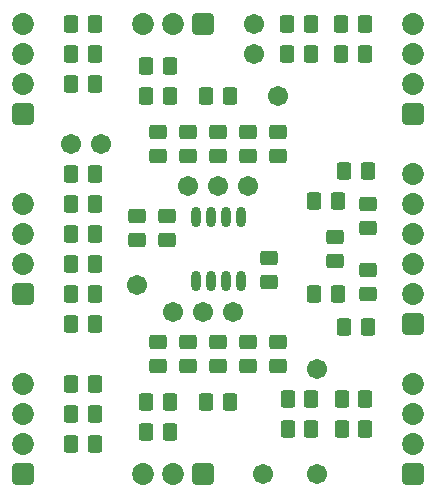
<source format=gts>
G04 Layer_Color=8388736*
%FSLAX25Y25*%
%MOIN*%
G70*
G01*
G75*
G04:AMPARAMS|DCode=25|XSize=47.37mil|YSize=59.18mil|CornerRadius=8.92mil|HoleSize=0mil|Usage=FLASHONLY|Rotation=0.000|XOffset=0mil|YOffset=0mil|HoleType=Round|Shape=RoundedRectangle|*
%AMROUNDEDRECTD25*
21,1,0.04737,0.04134,0,0,0.0*
21,1,0.02953,0.05918,0,0,0.0*
1,1,0.01784,0.01476,-0.02067*
1,1,0.01784,-0.01476,-0.02067*
1,1,0.01784,-0.01476,0.02067*
1,1,0.01784,0.01476,0.02067*
%
%ADD25ROUNDEDRECTD25*%
G04:AMPARAMS|DCode=26|XSize=47.37mil|YSize=59.18mil|CornerRadius=8.92mil|HoleSize=0mil|Usage=FLASHONLY|Rotation=270.000|XOffset=0mil|YOffset=0mil|HoleType=Round|Shape=RoundedRectangle|*
%AMROUNDEDRECTD26*
21,1,0.04737,0.04134,0,0,270.0*
21,1,0.02953,0.05918,0,0,270.0*
1,1,0.01784,-0.02067,-0.01476*
1,1,0.01784,-0.02067,0.01476*
1,1,0.01784,0.02067,0.01476*
1,1,0.01784,0.02067,-0.01476*
%
%ADD26ROUNDEDRECTD26*%
%ADD27O,0.03162X0.06902*%
%ADD28C,0.06706*%
%ADD29C,0.07300*%
G04:AMPARAMS|DCode=30|XSize=73mil|YSize=73mil|CornerRadius=13.75mil|HoleSize=0mil|Usage=FLASHONLY|Rotation=0.000|XOffset=0mil|YOffset=0mil|HoleType=Round|Shape=RoundedRectangle|*
%AMROUNDEDRECTD30*
21,1,0.07300,0.04550,0,0,0.0*
21,1,0.04550,0.07300,0,0,0.0*
1,1,0.02750,0.02275,-0.02275*
1,1,0.02750,-0.02275,-0.02275*
1,1,0.02750,-0.02275,0.02275*
1,1,0.02750,0.02275,0.02275*
%
%ADD30ROUNDEDRECTD30*%
G04:AMPARAMS|DCode=31|XSize=73mil|YSize=73mil|CornerRadius=13.75mil|HoleSize=0mil|Usage=FLASHONLY|Rotation=90.000|XOffset=0mil|YOffset=0mil|HoleType=Round|Shape=RoundedRectangle|*
%AMROUNDEDRECTD31*
21,1,0.07300,0.04550,0,0,90.0*
21,1,0.04550,0.07300,0,0,90.0*
1,1,0.02750,0.02275,0.02275*
1,1,0.02750,0.02275,-0.02275*
1,1,0.02750,-0.02275,-0.02275*
1,1,0.02750,-0.02275,0.02275*
%
%ADD31ROUNDEDRECTD31*%
D25*
X107063Y70000D02*
D03*
X114937D02*
D03*
Y101000D02*
D03*
X107063D02*
D03*
X26063Y100000D02*
D03*
X33937D02*
D03*
Y70000D02*
D03*
X26063D02*
D03*
X33937Y150000D02*
D03*
X26063D02*
D03*
Y30000D02*
D03*
X33937D02*
D03*
X105937Y160000D02*
D03*
X98063D02*
D03*
X98126Y35000D02*
D03*
X106000D02*
D03*
X117063Y59000D02*
D03*
X124937D02*
D03*
X26063Y90000D02*
D03*
X33937D02*
D03*
Y80000D02*
D03*
X26063D02*
D03*
X33937Y110000D02*
D03*
X26063D02*
D03*
Y60000D02*
D03*
X33937D02*
D03*
X26063Y140000D02*
D03*
X33937D02*
D03*
Y20000D02*
D03*
X26063D02*
D03*
X105937Y150000D02*
D03*
X98063D02*
D03*
X98126Y25000D02*
D03*
X106000D02*
D03*
X123937Y150000D02*
D03*
X116063D02*
D03*
X116126Y25000D02*
D03*
X124000D02*
D03*
X33937Y160000D02*
D03*
X26063D02*
D03*
Y40000D02*
D03*
X33937D02*
D03*
X123937Y160000D02*
D03*
X116063D02*
D03*
X116126Y35000D02*
D03*
X124000D02*
D03*
X51063Y146000D02*
D03*
X58937D02*
D03*
Y24000D02*
D03*
X51063D02*
D03*
X58937Y136000D02*
D03*
X51063D02*
D03*
Y34000D02*
D03*
X58937D02*
D03*
X71063Y136000D02*
D03*
X78937D02*
D03*
Y34000D02*
D03*
X71063D02*
D03*
X124937Y111000D02*
D03*
X117063D02*
D03*
D26*
X92000Y81937D02*
D03*
Y74063D02*
D03*
X125000Y70063D02*
D03*
Y77937D02*
D03*
X114000Y88937D02*
D03*
Y81063D02*
D03*
X85000Y116063D02*
D03*
Y123937D02*
D03*
Y46063D02*
D03*
Y53937D02*
D03*
X75000Y116063D02*
D03*
Y123937D02*
D03*
Y46063D02*
D03*
Y53937D02*
D03*
X58000Y95937D02*
D03*
Y88063D02*
D03*
X125000Y92063D02*
D03*
Y99937D02*
D03*
X48000Y88063D02*
D03*
Y95937D02*
D03*
X65000Y116063D02*
D03*
Y123937D02*
D03*
Y46063D02*
D03*
Y53937D02*
D03*
X55000Y123937D02*
D03*
Y116063D02*
D03*
Y53937D02*
D03*
Y46063D02*
D03*
X95000Y116063D02*
D03*
Y123937D02*
D03*
Y46063D02*
D03*
Y53937D02*
D03*
D27*
X67500Y74370D02*
D03*
X72500D02*
D03*
X77500D02*
D03*
X82500D02*
D03*
X67500Y95630D02*
D03*
X72500D02*
D03*
X77500D02*
D03*
X82500D02*
D03*
D28*
X26000Y120000D02*
D03*
X108000Y45000D02*
D03*
Y10000D02*
D03*
X60000Y64000D02*
D03*
X70000D02*
D03*
X80000D02*
D03*
X75000Y106000D02*
D03*
X85000D02*
D03*
X36000Y120000D02*
D03*
X90000Y10000D02*
D03*
X65000Y106000D02*
D03*
X87000Y160000D02*
D03*
Y150000D02*
D03*
X48000Y73000D02*
D03*
X95000Y136000D02*
D03*
D29*
X140000Y90000D02*
D03*
Y80000D02*
D03*
Y70000D02*
D03*
Y100000D02*
D03*
Y110000D02*
D03*
X50000Y160000D02*
D03*
X60000D02*
D03*
Y10000D02*
D03*
X50000D02*
D03*
X140000Y160000D02*
D03*
Y150000D02*
D03*
Y140000D02*
D03*
X10000D02*
D03*
Y150000D02*
D03*
Y160000D02*
D03*
Y40000D02*
D03*
Y30000D02*
D03*
Y20000D02*
D03*
X140000D02*
D03*
Y30000D02*
D03*
Y40000D02*
D03*
X10000Y100000D02*
D03*
Y90000D02*
D03*
Y80000D02*
D03*
D30*
X140000Y60000D02*
D03*
Y130000D02*
D03*
X10000D02*
D03*
Y10000D02*
D03*
X140000D02*
D03*
X10000Y70000D02*
D03*
D31*
X70000Y160000D02*
D03*
Y10000D02*
D03*
M02*

</source>
